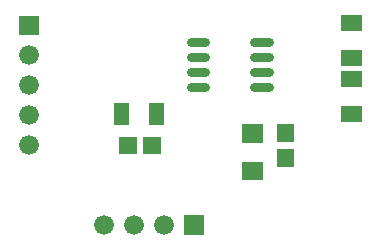
<source format=gts>
G04 Layer: TopSolderMaskLayer*
G04 EasyEDA v6.4.25, 2021-11-17T17:00:31+08:00*
G04 7b095086feb547ebadca5fbbb004fff0,8eccfb12f3aa458fbbe36a5a93572a72,10*
G04 Gerber Generator version 0.2*
G04 Scale: 100 percent, Rotated: No, Reflected: No *
G04 Dimensions in millimeters *
G04 leading zeros omitted , absolute positions ,4 integer and 5 decimal *
%FSLAX45Y45*%
%MOMM*%

%ADD26C,0.7316*%
%ADD28C,1.6764*%

%LPD*%
D26*
X2213099Y-990600D02*
G01*
X2336599Y-990600D01*
X2213099Y-863600D02*
G01*
X2336599Y-863600D01*
X2213099Y-736600D02*
G01*
X2336599Y-736600D01*
X2213099Y-609600D02*
G01*
X2336599Y-609600D01*
X1676600Y-990600D02*
G01*
X1800100Y-990600D01*
X1676600Y-863600D02*
G01*
X1800100Y-863600D01*
X1676600Y-736600D02*
G01*
X1800100Y-736600D01*
X1676600Y-609600D02*
G01*
X1800100Y-609600D01*
G36*
X1617979Y-2242820D02*
G01*
X1617979Y-2075179D01*
X1785620Y-2075179D01*
X1785620Y-2242820D01*
G37*
D28*
G01*
X1447800Y-2159000D03*
G01*
X1193800Y-2159000D03*
G01*
X939800Y-2159000D03*
G36*
X1273302Y-1558544D02*
G01*
X1273302Y-1413255D01*
X1424686Y-1413255D01*
X1424686Y-1558544D01*
G37*
G36*
X1067307Y-1558544D02*
G01*
X1067307Y-1413255D01*
X1218692Y-1413255D01*
X1218692Y-1558544D01*
G37*
G36*
X2403856Y-1459992D02*
G01*
X2403856Y-1308607D01*
X2549143Y-1308607D01*
X2549143Y-1459992D01*
G37*
G36*
X2403856Y-1665986D02*
G01*
X2403856Y-1514602D01*
X2549143Y-1514602D01*
X2549143Y-1665986D01*
G37*
G36*
X2105659Y-1463547D02*
G01*
X2105659Y-1305052D01*
X2288540Y-1305052D01*
X2288540Y-1463547D01*
G37*
G36*
X2105659Y-1782063D02*
G01*
X2105659Y-1623568D01*
X2288540Y-1623568D01*
X2288540Y-1782063D01*
G37*
G01*
X304800Y-1485900D03*
G01*
X304800Y-1231900D03*
G01*
X304800Y-977900D03*
G01*
X304800Y-723900D03*
G36*
X220979Y-553720D02*
G01*
X220979Y-386079D01*
X388620Y-386079D01*
X388620Y-553720D01*
G37*
G36*
X1023112Y-1309370D02*
G01*
X1023112Y-1129029D01*
X1153921Y-1129029D01*
X1153921Y-1309370D01*
G37*
G36*
X1318768Y-1309370D02*
G01*
X1318768Y-1129029D01*
X1449831Y-1129029D01*
X1449831Y-1309370D01*
G37*
G36*
X2945129Y-1283715D02*
G01*
X2945129Y-1152905D01*
X3125470Y-1152905D01*
X3125470Y-1283715D01*
G37*
G36*
X2945129Y-988060D02*
G01*
X2945129Y-857250D01*
X3125470Y-857250D01*
X3125470Y-988060D01*
G37*
G36*
X2945129Y-810260D02*
G01*
X2945129Y-679195D01*
X3125470Y-679195D01*
X3125470Y-810260D01*
G37*
G36*
X2945129Y-514604D02*
G01*
X2945129Y-383539D01*
X3125470Y-383539D01*
X3125470Y-514604D01*
G37*
M02*

</source>
